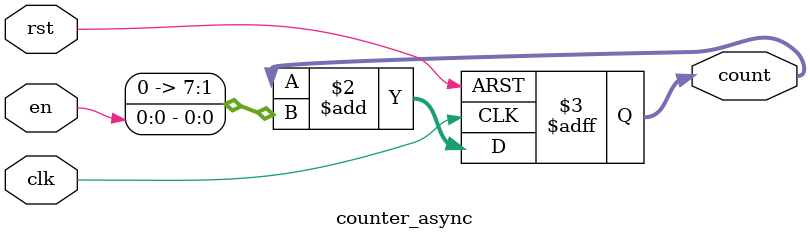
<source format=sv>
module counter_async #(
    parameter WIDTH = 8             // Counter bit width
)(
    input  logic clk,               // Clock
    input  logic rst,               // Asynchronous reset (active high)
    input  logic en,                // Enable counting
    output logic [WIDTH-1:0] count  // Counter output
);

    // Asynchronous reset: triggers on posedge clk or posedge rst
    always_ff @(posedge clk or posedge rst) begin
        if (rst)
            count <= {WIDTH{1'b0}};                 // Immediate reset to 0
        else
            count <= count + {{WIDTH-1{1'b0}}, en}; // Increment by 1 if en=1
    end

endmodule

</source>
